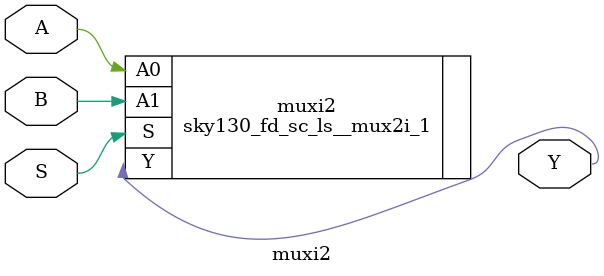
<source format=v>
module inverter
(
    Y, A
);
    output Y;
    input A;

    sky130_fd_sc_ls__inv_1 inverter(.Y(Y), .A(A));

endmodule

// Buffer
module buffer
(
    Y, A
);
    output Y;
    input A;

    sky130_fd_sc_ls__buf_1 buffer(.X(Y), .A(A));

endmodule

// NAND2
module nand2
(
    Y, A, B
);
    output Y;
    input A, B;

    sky130_fd_sc_ls__nand2_1 nand2(.Y(Y), .A(A), .B(B));

endmodule

// NOR2
module nor2
(
    Y, A, B
);
    output Y;
    input A, B;

    sky130_fd_sc_ls__nor2_1 nor2(.Y(Y), .A(A), .B(B));

endmodule

// AND2
module and2
(
    Y, A, B
);
    output Y;
    input A, B;

    sky130_fd_sc_ls__and2_1 and2(.X(Y), .A(A), .B(B));

endmodule

// OR2
module or2
(
    Y, A, B
);
    output Y;
    input A, B;

    sky130_fd_sc_ls__or2_1 or2(.X(Y), .A(A), .B(B));

endmodule

// NAND3
module nand3
(
    Y, A, B, C
);
    output Y;
    input A, B, C;

    sky130_fd_sc_ls__nand3_1 nand3(.Y(Y), .A(A), .B(B), .C(C));

endmodule

// NOR3
module nor3
(
    Y, A, B, C
);
    output Y;
    input A, B, C;

    sky130_fd_sc_ls__nor3_1 nor3(.Y(Y), .A(A), .B(B), .C(C));

endmodule

// AND3
module and3
(
    Y, A, B, C
);
    output Y;
    input A, B, C;

    sky130_fd_sc_ls__and3_1 and3(.X(Y), .A(A), .B(B), .C(C));

endmodule

// OR3
module or3
(
    Y, A, B, C
);
    output Y;
    input A, B, C;

    sky130_fd_sc_ls__or3_1 or3(.X(Y), .A(A), .B(B), .C(C));

endmodule

// NAND4
module nand4
(
    Y, A, B, C, D
);
    output Y;
    input A, B, C, D;

    sky130_fd_sc_ls__nand4_1 nand4(.Y(Y), .A(A), .B(B), .C(C), .D(D));

endmodule

// NOR4
module nor4
(
    Y, A, B, C, D
);
    output Y;
    input A, B, C, D;

    sky130_fd_sc_ls__nor4_1 nor4(.Y(Y), .A(A), .B(B), .C(C), .D(D));

endmodule

// AND4
module and4
(
    Y, A, B, C, D
);
    output Y;
    input A, B, C, D;

    sky130_fd_sc_ls__and4_1 and4(.X(Y), .A(A), .B(B), .C(C), .D(D));

endmodule

// OR4
module or4
(
    Y, A, B, C, D
);
    output Y;
    input A, B, C, D;

    sky130_fd_sc_ls__or4_1 or4(.X(Y), .A(A), .B(B), .C(C), .D(D));

endmodule

// NAND2B
module nand2b
(
    Y, A, B
);
    output Y;
    input A, B;

    sky130_fd_sc_ls__nand2b_1 nand2b(.Y(Y), .A_N(A), .B(B));

endmodule

// NOR2B
module nor2b
(
    Y, A, B
);
    output Y;
    input A, B;

    sky130_fd_sc_ls__nor2b_1 nor2b(.Y(Y), .A(B), .B_N(A));

endmodule

// AO21
module ao21
(
    Y, A0, A1, B0
);
    output Y;
    input A0, A1, B0;

    sky130_fd_sc_ls__a21o_1 ao21(.X(Y), .A1(A0), .A2(A1), .B1(B0));

endmodule

// OA21
module oa21
(
    Y, A0, A1, B0
);
    output Y;
    input A0, A1, B0;

    sky130_fd_sc_ls__o21a_1 oa21(.X(Y), .A1(A0), .A2(A1), .B1(B0));

endmodule

// AOI21
module aoi21
(
    Y, A0, A1, B0
);
    output Y;
    input A0, A1, B0;

    sky130_fd_sc_ls__a21oi_1 aoi21(.Y(Y), .A1(A0), .A2(A1), .B1(B0));

endmodule

// OAI21
module oai21
(
    Y, A0, A1, B0
);
    output Y;
    input A0, A1, B0;

    sky130_fd_sc_ls__o21ai_1 oai21(.X(Y), .A1(A0), .A2(A1), .B1(B0));

endmodule

// AO22
module ao22
(
    Y, A0, A1, B0, B1
);
    output Y;
    input A0, A1, B0, B1;

    sky130_fd_sc_ls__a22o_1 ao22(.X(Y), .A1(A0), .A2(A1), .B1(B0), .B2(B1));

endmodule

// OA22
module oa22
(
    Y, A0, A1, B0, B1
);
    output Y;
    input A0, A1, B0, B1;

    sky130_fd_sc_ls__o22a_1 oa22(.X(Y), .A1(A0), .A2(A1), .B1(B0), .B2(B1));

endmodule

// AOI22
module aoi22
(
    Y, A0, A1, B0, B1
);
    output Y;
    input A0, A1, B0, B1;

    sky130_fd_sc_ls__a22oi_1 aoi22(.Y(Y), .A1(A0), .A2(A1), .B1(B0), .B2(B1));

endmodule

// OAI22
module oai22
(
    Y, A0, A1, B0, B1
);
    output Y;
    input A0, A1, B0, B1;

    sky130_fd_sc_ls__o22ai_1 oai22(.Y(Y), .A1(A0), .A2(A1), .B1(B0), .B2(B1));

endmodule

// XOR2
module xor2
(
    Y, A, B
);
    output Y;
    input A, B;

    sky130_fd_sc_ls__xor2_1 xor2(.X(Y), .A(A), .B(B));

endmodule

// XNOR2
module xnor2
(
    Y, A, B
);
    output Y;
    input A, B;

    sky130_fd_sc_ls__xnor2_1 xnor2(.Y(Y), .A(A), .B(B));

endmodule

// MUX2
module mux2
(
    Y, S, A, B
);
    output Y;
    input S, A, B;

    sky130_fd_sc_ls__mux2_1 mux2(.X(Y), .S(S), .A0(A), .A1(B));

endmodule

// MUX2I
module muxi2
(
    Y, S, A, B
);
    output Y;
    input S, A, B;

    sky130_fd_sc_ls__mux2i_1 muxi2(.Y(Y), .S(S), .A0(A), .A1(B));

endmodule

</source>
